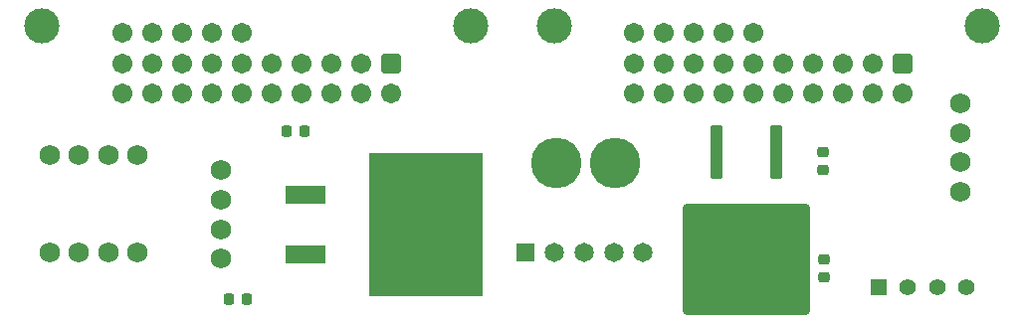
<source format=gbs>
%TF.GenerationSoftware,KiCad,Pcbnew,7.0.7*%
%TF.CreationDate,2023-11-07T21:15:51-05:00*%
%TF.ProjectId,DriveTrain,44726976-6554-4726-9169-6e2e6b696361,rev?*%
%TF.SameCoordinates,Original*%
%TF.FileFunction,Soldermask,Bot*%
%TF.FilePolarity,Negative*%
%FSLAX46Y46*%
G04 Gerber Fmt 4.6, Leading zero omitted, Abs format (unit mm)*
G04 Created by KiCad (PCBNEW 7.0.7) date 2023-11-07 21:15:51*
%MOMM*%
%LPD*%
G01*
G04 APERTURE LIST*
G04 Aperture macros list*
%AMRoundRect*
0 Rectangle with rounded corners*
0 $1 Rounding radius*
0 $2 $3 $4 $5 $6 $7 $8 $9 X,Y pos of 4 corners*
0 Add a 4 corners polygon primitive as box body*
4,1,4,$2,$3,$4,$5,$6,$7,$8,$9,$2,$3,0*
0 Add four circle primitives for the rounded corners*
1,1,$1+$1,$2,$3*
1,1,$1+$1,$4,$5*
1,1,$1+$1,$6,$7*
1,1,$1+$1,$8,$9*
0 Add four rect primitives between the rounded corners*
20,1,$1+$1,$2,$3,$4,$5,0*
20,1,$1+$1,$4,$5,$6,$7,0*
20,1,$1+$1,$6,$7,$8,$9,0*
20,1,$1+$1,$8,$9,$2,$3,0*%
G04 Aperture macros list end*
%ADD10R,1.400000X1.400000*%
%ADD11C,1.400000*%
%ADD12C,3.000000*%
%ADD13RoundRect,0.326336X-0.528664X-0.528664X0.528664X-0.528664X0.528664X0.528664X-0.528664X0.528664X0*%
%ADD14C,1.710000*%
%ADD15C,1.752600*%
%ADD16R,1.650000X1.650000*%
%ADD17C,1.650000*%
%ADD18C,4.300000*%
%ADD19RoundRect,0.225000X0.250000X-0.225000X0.250000X0.225000X-0.250000X0.225000X-0.250000X-0.225000X0*%
%ADD20RoundRect,0.225000X-0.225000X-0.250000X0.225000X-0.250000X0.225000X0.250000X-0.225000X0.250000X0*%
%ADD21RoundRect,0.250000X-0.300000X2.050000X-0.300000X-2.050000X0.300000X-2.050000X0.300000X2.050000X0*%
%ADD22RoundRect,0.250002X-5.149998X4.449998X-5.149998X-4.449998X5.149998X-4.449998X5.149998X4.449998X0*%
%ADD23R,3.500000X1.600000*%
%ADD24R,9.750000X12.200000*%
G04 APERTURE END LIST*
D10*
%TO.C,J8*%
X196450000Y-58350000D03*
D11*
X198950000Y-58350000D03*
X201450000Y-58350000D03*
X203950000Y-58350000D03*
%TD*%
D12*
%TO.C,H1*%
X125275000Y-36030000D03*
%TD*%
D13*
%TO.C,U2*%
X198530000Y-39303000D03*
D14*
X198530000Y-41843000D03*
X195990000Y-39303000D03*
X195990000Y-41843000D03*
X193450000Y-39303000D03*
X193450000Y-41843000D03*
X190910000Y-39303000D03*
X190910000Y-41843000D03*
X188370000Y-39303000D03*
X188370000Y-41843000D03*
X185830000Y-39303000D03*
X185830000Y-41843000D03*
X183290000Y-39303000D03*
X183290000Y-41843000D03*
X180750000Y-39303000D03*
X180750000Y-41843000D03*
X178210000Y-39303000D03*
X178210000Y-41843000D03*
X175670000Y-39303000D03*
X175670000Y-41843000D03*
X185830000Y-36663000D03*
X183290000Y-36663000D03*
X180750000Y-36663000D03*
X178210000Y-36663000D03*
X175670000Y-36663000D03*
%TD*%
D15*
%TO.C,J7*%
X133416600Y-55400000D03*
X130916600Y-55400000D03*
X128416600Y-55400000D03*
X125916600Y-55400000D03*
%TD*%
D16*
%TO.C,J2*%
X166399756Y-55400000D03*
D17*
X168899756Y-55400000D03*
X171399756Y-55400000D03*
X173899756Y-55400000D03*
X176399756Y-55400000D03*
%TD*%
D13*
%TO.C,U3*%
X154975000Y-39283000D03*
D14*
X154975000Y-41823000D03*
X152435000Y-39283000D03*
X152435000Y-41823000D03*
X149895000Y-39283000D03*
X149895000Y-41823000D03*
X147355000Y-39283000D03*
X147355000Y-41823000D03*
X144815000Y-39283000D03*
X144815000Y-41823000D03*
X142275000Y-39283000D03*
X142275000Y-41823000D03*
X139735000Y-39283000D03*
X139735000Y-41823000D03*
X137195000Y-39283000D03*
X137195000Y-41823000D03*
X134655000Y-39283000D03*
X134655000Y-41823000D03*
X132115000Y-39283000D03*
X132115000Y-41823000D03*
X142275000Y-36643000D03*
X139735000Y-36643000D03*
X137195000Y-36643000D03*
X134655000Y-36643000D03*
X132115000Y-36643000D03*
%TD*%
D15*
%TO.C,J6*%
X133416600Y-47070199D03*
X130916600Y-47070199D03*
X128416600Y-47070199D03*
X125916600Y-47070199D03*
%TD*%
D12*
%TO.C,H3*%
X168842000Y-36030000D03*
%TD*%
D18*
%TO.C,J10*%
X169050000Y-47750000D03*
X174050000Y-47750000D03*
%TD*%
D12*
%TO.C,H2*%
X161722000Y-36030000D03*
%TD*%
D15*
%TO.C,J4*%
X140500000Y-48383400D03*
X140500000Y-50883400D03*
X140500000Y-53383400D03*
X140500000Y-55883400D03*
%TD*%
D12*
%TO.C,H4*%
X205292000Y-36030000D03*
%TD*%
D15*
%TO.C,J5*%
X203370199Y-42683400D03*
X203370199Y-45183400D03*
X203370199Y-47683400D03*
X203370199Y-50183400D03*
%TD*%
D19*
%TO.C,C1*%
X191745000Y-48370000D03*
X191745000Y-46820000D03*
%TD*%
D20*
%TO.C,C4*%
X146080000Y-45035000D03*
X147630000Y-45035000D03*
%TD*%
D19*
%TO.C,C2*%
X191785000Y-57530000D03*
X191785000Y-55980000D03*
%TD*%
D20*
%TO.C,C3*%
X141170000Y-59375000D03*
X142720000Y-59375000D03*
%TD*%
D21*
%TO.C,IC1*%
X182675000Y-46795000D03*
D22*
X185215000Y-55945000D03*
D21*
X187755000Y-46795000D03*
%TD*%
D23*
%TO.C,IC2*%
X147674000Y-55540000D03*
D24*
X157950000Y-53000000D03*
D23*
X147674000Y-50460000D03*
%TD*%
M02*

</source>
